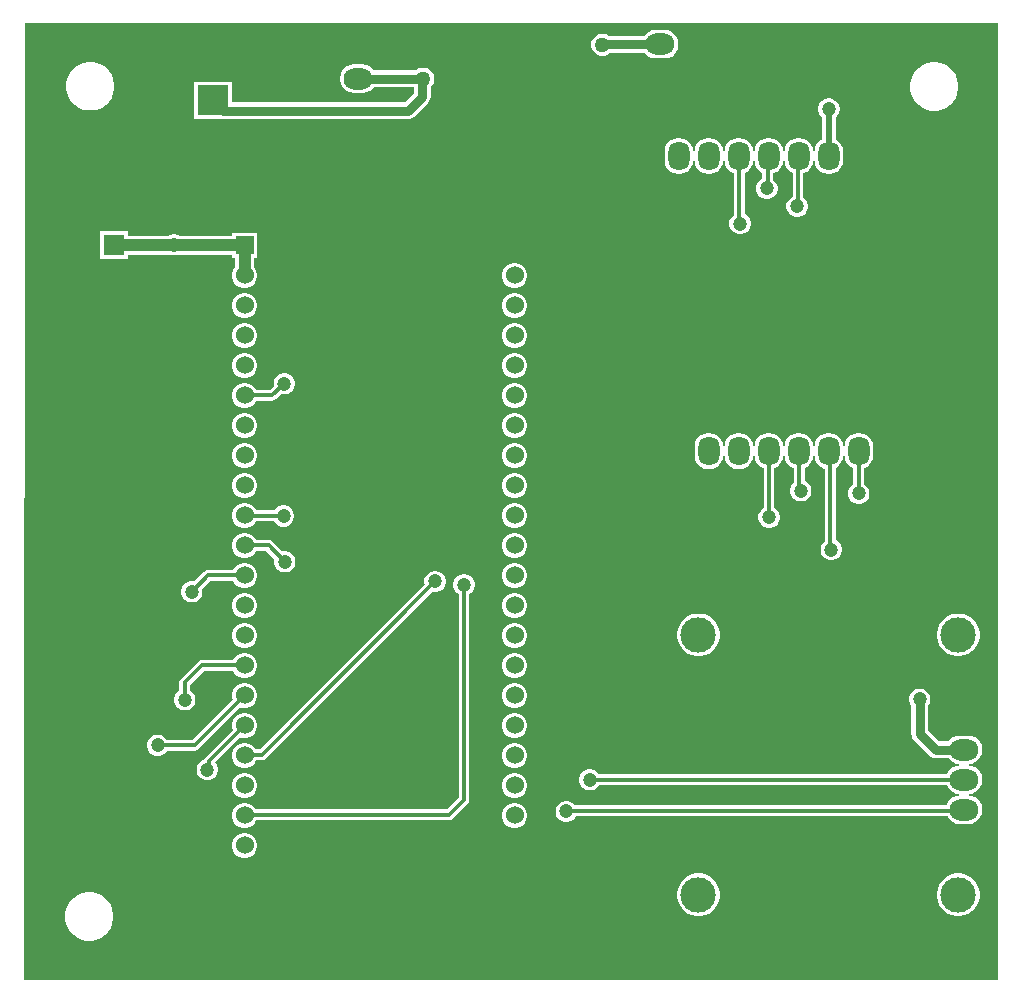
<source format=gbl>
G04*
G04 #@! TF.GenerationSoftware,Altium Limited,Altium Designer,22.3.1 (43)*
G04*
G04 Layer_Physical_Order=2*
G04 Layer_Color=16711680*
%FSLAX43Y43*%
%MOMM*%
G71*
G04*
G04 #@! TF.SameCoordinates,8C9F7EA6-DC28-4F61-B7EA-CFDFC9404C79*
G04*
G04*
G04 #@! TF.FilePolarity,Positive*
G04*
G01*
G75*
%ADD13C,0.300*%
%ADD14C,0.800*%
%ADD15C,0.500*%
%ADD16C,1.000*%
G04:AMPARAMS|DCode=17|XSize=1.8mm|YSize=2mm|CornerRadius=0.45mm|HoleSize=0mm|Usage=FLASHONLY|Rotation=180.000|XOffset=0mm|YOffset=0mm|HoleType=Round|Shape=RoundedRectangle|*
%AMROUNDEDRECTD17*
21,1,1.800,1.100,0,0,180.0*
21,1,0.900,2.000,0,0,180.0*
1,1,0.900,-0.450,0.550*
1,1,0.900,0.450,0.550*
1,1,0.900,0.450,-0.550*
1,1,0.900,-0.450,-0.550*
%
%ADD17ROUNDEDRECTD17*%
%ADD18R,1.800X1.800*%
%ADD19C,3.000*%
G04:AMPARAMS|DCode=20|XSize=1.8mm|YSize=2.4mm|CornerRadius=0.81mm|HoleSize=0mm|Usage=FLASHONLY|Rotation=270.000|XOffset=0mm|YOffset=0mm|HoleType=Round|Shape=RoundedRectangle|*
%AMROUNDEDRECTD20*
21,1,1.800,0.780,0,0,270.0*
21,1,0.180,2.400,0,0,270.0*
1,1,1.620,-0.390,-0.090*
1,1,1.620,-0.390,0.090*
1,1,1.620,0.390,0.090*
1,1,1.620,0.390,-0.090*
%
%ADD20ROUNDEDRECTD20*%
%ADD21R,2.000X2.000*%
%ADD22R,2.600X2.600*%
%ADD23O,2.800X2.600*%
%ADD24C,1.530*%
%ADD25R,1.530X1.530*%
G04:AMPARAMS|DCode=26|XSize=1.8mm|YSize=2.4mm|CornerRadius=0.81mm|HoleSize=0mm|Usage=FLASHONLY|Rotation=180.000|XOffset=0mm|YOffset=0mm|HoleType=Round|Shape=RoundedRectangle|*
%AMROUNDEDRECTD26*
21,1,1.800,0.780,0,0,180.0*
21,1,0.180,2.400,0,0,180.0*
1,1,1.620,-0.090,0.390*
1,1,1.620,0.090,0.390*
1,1,1.620,0.090,-0.390*
1,1,1.620,-0.090,-0.390*
%
%ADD26ROUNDEDRECTD26*%
%ADD27R,2.000X2.000*%
%ADD28C,1.200*%
%ADD29C,1.270*%
G36*
X82425Y85D02*
X82400Y75D01*
X115D01*
X25Y165D01*
X50Y81065D01*
X75Y81075D01*
X82425D01*
Y85D01*
D02*
G37*
%LPC*%
G36*
X54265Y80525D02*
X53485D01*
X53195Y80486D01*
X52925Y80375D01*
X52693Y80197D01*
X52559Y80021D01*
X49551D01*
X49549Y80023D01*
X49336Y80146D01*
X49098Y80210D01*
X48852D01*
X48614Y80146D01*
X48401Y80023D01*
X48227Y79849D01*
X48104Y79636D01*
X48040Y79398D01*
Y79152D01*
X48104Y78914D01*
X48227Y78701D01*
X48401Y78527D01*
X48614Y78404D01*
X48852Y78340D01*
X49098D01*
X49336Y78404D01*
X49549Y78527D01*
X49631Y78609D01*
X52559D01*
X52693Y78433D01*
X52925Y78255D01*
X53195Y78144D01*
X53485Y78105D01*
X54265D01*
X54555Y78144D01*
X54825Y78255D01*
X55057Y78433D01*
X55235Y78665D01*
X55346Y78935D01*
X55385Y79225D01*
Y79405D01*
X55346Y79695D01*
X55235Y79965D01*
X55057Y80197D01*
X54825Y80375D01*
X54555Y80486D01*
X54265Y80525D01*
D02*
G37*
G36*
X28690Y77610D02*
X27910D01*
X27620Y77571D01*
X27350Y77460D01*
X27118Y77282D01*
X26940Y77050D01*
X26829Y76780D01*
X26790Y76490D01*
Y76310D01*
X26829Y76020D01*
X26940Y75750D01*
X27118Y75518D01*
X27350Y75340D01*
X27620Y75229D01*
X27910Y75190D01*
X28690D01*
X28980Y75229D01*
X29250Y75340D01*
X29482Y75518D01*
X29616Y75694D01*
X33004D01*
Y75153D01*
X32233Y74381D01*
X27678D01*
X27600Y74391D01*
X17575D01*
Y76150D01*
X14375D01*
Y72950D01*
X17575D01*
Y72979D01*
X27533D01*
X27610Y72969D01*
X32525D01*
X32708Y72993D01*
X32878Y73064D01*
X33024Y73176D01*
X34209Y74361D01*
X34322Y74507D01*
X34392Y74677D01*
X34416Y74860D01*
Y75694D01*
X34548Y75826D01*
X34671Y76039D01*
X34735Y76277D01*
Y76523D01*
X34671Y76761D01*
X34548Y76974D01*
X34374Y77148D01*
X34161Y77271D01*
X33923Y77335D01*
X33677D01*
X33439Y77271D01*
X33226Y77148D01*
X33184Y77106D01*
X29616D01*
X29482Y77282D01*
X29250Y77460D01*
X28980Y77571D01*
X28690Y77610D01*
D02*
G37*
G36*
X5802Y77800D02*
X5398D01*
X5002Y77721D01*
X4629Y77567D01*
X4293Y77342D01*
X4008Y77057D01*
X3783Y76721D01*
X3629Y76348D01*
X3550Y75952D01*
Y75548D01*
X3629Y75152D01*
X3783Y74779D01*
X4008Y74443D01*
X4293Y74158D01*
X4629Y73933D01*
X5002Y73779D01*
X5398Y73700D01*
X5802D01*
X6198Y73779D01*
X6571Y73933D01*
X6907Y74158D01*
X7192Y74443D01*
X7417Y74779D01*
X7571Y75152D01*
X7650Y75548D01*
Y75952D01*
X7571Y76348D01*
X7417Y76721D01*
X7192Y77057D01*
X6907Y77342D01*
X6571Y77567D01*
X6198Y77721D01*
X5802Y77800D01*
D02*
G37*
G36*
X77252Y77775D02*
X76848D01*
X76452Y77696D01*
X76079Y77542D01*
X75743Y77317D01*
X75458Y77032D01*
X75233Y76696D01*
X75079Y76323D01*
X75000Y75927D01*
Y75523D01*
X75079Y75127D01*
X75233Y74754D01*
X75458Y74418D01*
X75743Y74133D01*
X76079Y73908D01*
X76452Y73754D01*
X76848Y73675D01*
X77252D01*
X77648Y73754D01*
X78021Y73908D01*
X78357Y74133D01*
X78642Y74418D01*
X78867Y74754D01*
X79021Y75127D01*
X79100Y75523D01*
Y75927D01*
X79021Y76323D01*
X78867Y76696D01*
X78642Y77032D01*
X78357Y77317D01*
X78021Y77542D01*
X77648Y77696D01*
X77252Y77775D01*
D02*
G37*
G36*
X68268Y74725D02*
X68032D01*
X67803Y74664D01*
X67597Y74545D01*
X67430Y74378D01*
X67311Y74172D01*
X67250Y73943D01*
Y73707D01*
X67311Y73478D01*
X67430Y73272D01*
X67584Y73118D01*
Y71249D01*
X67490Y71210D01*
X67258Y71032D01*
X67080Y70800D01*
X66969Y70530D01*
X66934Y70268D01*
X66806D01*
X66771Y70530D01*
X66660Y70800D01*
X66482Y71032D01*
X66250Y71210D01*
X65980Y71321D01*
X65690Y71360D01*
X65510D01*
X65220Y71321D01*
X64950Y71210D01*
X64718Y71032D01*
X64540Y70800D01*
X64429Y70530D01*
X64394Y70268D01*
X64266D01*
X64231Y70530D01*
X64120Y70800D01*
X63942Y71032D01*
X63710Y71210D01*
X63440Y71321D01*
X63150Y71360D01*
X62970D01*
X62680Y71321D01*
X62410Y71210D01*
X62178Y71032D01*
X62000Y70800D01*
X61889Y70530D01*
X61854Y70268D01*
X61726D01*
X61691Y70530D01*
X61580Y70800D01*
X61402Y71032D01*
X61170Y71210D01*
X60900Y71321D01*
X60610Y71360D01*
X60430D01*
X60140Y71321D01*
X59870Y71210D01*
X59638Y71032D01*
X59460Y70800D01*
X59349Y70530D01*
X59314Y70268D01*
X59186D01*
X59151Y70530D01*
X59040Y70800D01*
X58862Y71032D01*
X58630Y71210D01*
X58360Y71321D01*
X58070Y71360D01*
X57890D01*
X57600Y71321D01*
X57330Y71210D01*
X57098Y71032D01*
X56920Y70800D01*
X56809Y70530D01*
X56774Y70268D01*
X56646D01*
X56611Y70530D01*
X56500Y70800D01*
X56322Y71032D01*
X56090Y71210D01*
X55820Y71321D01*
X55530Y71360D01*
X55350D01*
X55060Y71321D01*
X54790Y71210D01*
X54558Y71032D01*
X54380Y70800D01*
X54269Y70530D01*
X54230Y70240D01*
Y69460D01*
X54269Y69170D01*
X54380Y68900D01*
X54558Y68668D01*
X54790Y68490D01*
X55060Y68379D01*
X55350Y68340D01*
X55530D01*
X55820Y68379D01*
X56090Y68490D01*
X56322Y68668D01*
X56500Y68900D01*
X56611Y69170D01*
X56646Y69432D01*
X56774D01*
X56809Y69170D01*
X56920Y68900D01*
X57098Y68668D01*
X57330Y68490D01*
X57600Y68379D01*
X57890Y68340D01*
X58070D01*
X58360Y68379D01*
X58630Y68490D01*
X58862Y68668D01*
X59040Y68900D01*
X59151Y69170D01*
X59186Y69432D01*
X59314D01*
X59349Y69170D01*
X59460Y68900D01*
X59638Y68668D01*
X59870Y68490D01*
X60089Y68400D01*
Y64855D01*
X60072Y64845D01*
X59905Y64678D01*
X59786Y64472D01*
X59725Y64243D01*
Y64007D01*
X59786Y63778D01*
X59905Y63572D01*
X60072Y63405D01*
X60278Y63286D01*
X60507Y63225D01*
X60743D01*
X60972Y63286D01*
X61178Y63405D01*
X61345Y63572D01*
X61464Y63778D01*
X61525Y64007D01*
Y64243D01*
X61464Y64472D01*
X61345Y64678D01*
X61178Y64845D01*
X61006Y64944D01*
Y68423D01*
X61170Y68490D01*
X61402Y68668D01*
X61580Y68900D01*
X61691Y69170D01*
X61726Y69432D01*
X61854D01*
X61889Y69170D01*
X62000Y68900D01*
X62178Y68668D01*
X62410Y68490D01*
X62521Y68444D01*
Y67921D01*
X62347Y67820D01*
X62180Y67653D01*
X62061Y67447D01*
X62000Y67218D01*
Y66982D01*
X62061Y66753D01*
X62180Y66547D01*
X62347Y66380D01*
X62553Y66261D01*
X62782Y66200D01*
X63018D01*
X63247Y66261D01*
X63453Y66380D01*
X63620Y66547D01*
X63739Y66753D01*
X63800Y66982D01*
Y67218D01*
X63739Y67447D01*
X63620Y67653D01*
X63453Y67820D01*
X63439Y67828D01*
Y68378D01*
X63440Y68379D01*
X63710Y68490D01*
X63942Y68668D01*
X64120Y68900D01*
X64231Y69170D01*
X64266Y69432D01*
X64394D01*
X64429Y69170D01*
X64540Y68900D01*
X64718Y68668D01*
X64950Y68490D01*
X65066Y68442D01*
Y66418D01*
X64897Y66320D01*
X64730Y66153D01*
X64611Y65947D01*
X64550Y65718D01*
Y65482D01*
X64611Y65253D01*
X64730Y65047D01*
X64897Y64880D01*
X65103Y64761D01*
X65332Y64700D01*
X65568D01*
X65797Y64761D01*
X66003Y64880D01*
X66170Y65047D01*
X66289Y65253D01*
X66350Y65482D01*
Y65718D01*
X66289Y65947D01*
X66170Y66153D01*
X66003Y66320D01*
X65984Y66331D01*
Y68380D01*
X66250Y68490D01*
X66482Y68668D01*
X66660Y68900D01*
X66771Y69170D01*
X66806Y69432D01*
X66934D01*
X66969Y69170D01*
X67080Y68900D01*
X67258Y68668D01*
X67490Y68490D01*
X67760Y68379D01*
X68050Y68340D01*
X68230D01*
X68520Y68379D01*
X68790Y68490D01*
X69022Y68668D01*
X69200Y68900D01*
X69311Y69170D01*
X69350Y69460D01*
Y70240D01*
X69311Y70530D01*
X69200Y70800D01*
X69022Y71032D01*
X68790Y71210D01*
X68706Y71244D01*
Y73108D01*
X68870Y73272D01*
X68989Y73478D01*
X69050Y73707D01*
Y73943D01*
X68989Y74172D01*
X68870Y74378D01*
X68703Y74545D01*
X68497Y74664D01*
X68268Y74725D01*
D02*
G37*
G36*
X41670Y60795D02*
X41390D01*
X41119Y60722D01*
X40876Y60582D01*
X40678Y60384D01*
X40538Y60141D01*
X40465Y59870D01*
Y59590D01*
X40538Y59319D01*
X40678Y59076D01*
X40876Y58878D01*
X41119Y58738D01*
X41390Y58665D01*
X41670D01*
X41941Y58738D01*
X42184Y58878D01*
X42382Y59076D01*
X42522Y59319D01*
X42595Y59590D01*
Y59870D01*
X42522Y60141D01*
X42382Y60384D01*
X42184Y60582D01*
X41941Y60722D01*
X41670Y60795D01*
D02*
G37*
G36*
X8800Y63500D02*
X6400D01*
Y61100D01*
X8800D01*
Y61493D01*
X12421D01*
X12582Y61450D01*
X12818D01*
X12979Y61493D01*
X17605D01*
Y61205D01*
X17863D01*
Y60429D01*
X17818Y60384D01*
X17678Y60141D01*
X17605Y59870D01*
Y59590D01*
X17678Y59319D01*
X17818Y59076D01*
X18016Y58878D01*
X18259Y58738D01*
X18530Y58665D01*
X18810D01*
X19081Y58738D01*
X19324Y58878D01*
X19522Y59076D01*
X19662Y59319D01*
X19735Y59590D01*
Y59870D01*
X19662Y60141D01*
X19522Y60384D01*
X19477Y60429D01*
Y61205D01*
X19735D01*
Y63335D01*
X17605D01*
Y63107D01*
X13189D01*
X13047Y63189D01*
X12818Y63250D01*
X12582D01*
X12353Y63189D01*
X12211Y63107D01*
X8800D01*
Y63500D01*
D02*
G37*
G36*
X41670Y58255D02*
X41390D01*
X41119Y58182D01*
X40876Y58042D01*
X40678Y57844D01*
X40538Y57601D01*
X40465Y57330D01*
Y57050D01*
X40538Y56779D01*
X40678Y56536D01*
X40876Y56338D01*
X41119Y56198D01*
X41390Y56125D01*
X41670D01*
X41941Y56198D01*
X42184Y56338D01*
X42382Y56536D01*
X42522Y56779D01*
X42595Y57050D01*
Y57330D01*
X42522Y57601D01*
X42382Y57844D01*
X42184Y58042D01*
X41941Y58182D01*
X41670Y58255D01*
D02*
G37*
G36*
X18810D02*
X18530D01*
X18259Y58182D01*
X18016Y58042D01*
X17818Y57844D01*
X17678Y57601D01*
X17605Y57330D01*
Y57050D01*
X17678Y56779D01*
X17818Y56536D01*
X18016Y56338D01*
X18259Y56198D01*
X18530Y56125D01*
X18810D01*
X19081Y56198D01*
X19324Y56338D01*
X19522Y56536D01*
X19662Y56779D01*
X19735Y57050D01*
Y57330D01*
X19662Y57601D01*
X19522Y57844D01*
X19324Y58042D01*
X19081Y58182D01*
X18810Y58255D01*
D02*
G37*
G36*
X41670Y55715D02*
X41390D01*
X41119Y55642D01*
X40876Y55502D01*
X40678Y55304D01*
X40538Y55061D01*
X40465Y54790D01*
Y54510D01*
X40538Y54239D01*
X40678Y53996D01*
X40876Y53798D01*
X41119Y53658D01*
X41390Y53585D01*
X41670D01*
X41941Y53658D01*
X42184Y53798D01*
X42382Y53996D01*
X42522Y54239D01*
X42595Y54510D01*
Y54790D01*
X42522Y55061D01*
X42382Y55304D01*
X42184Y55502D01*
X41941Y55642D01*
X41670Y55715D01*
D02*
G37*
G36*
X18810D02*
X18530D01*
X18259Y55642D01*
X18016Y55502D01*
X17818Y55304D01*
X17678Y55061D01*
X17605Y54790D01*
Y54510D01*
X17678Y54239D01*
X17818Y53996D01*
X18016Y53798D01*
X18259Y53658D01*
X18530Y53585D01*
X18810D01*
X19081Y53658D01*
X19324Y53798D01*
X19522Y53996D01*
X19662Y54239D01*
X19735Y54510D01*
Y54790D01*
X19662Y55061D01*
X19522Y55304D01*
X19324Y55502D01*
X19081Y55642D01*
X18810Y55715D01*
D02*
G37*
G36*
X41670Y53175D02*
X41390D01*
X41119Y53102D01*
X40876Y52962D01*
X40678Y52764D01*
X40538Y52521D01*
X40465Y52250D01*
Y51970D01*
X40538Y51699D01*
X40678Y51456D01*
X40876Y51258D01*
X41119Y51118D01*
X41390Y51045D01*
X41670D01*
X41941Y51118D01*
X42184Y51258D01*
X42382Y51456D01*
X42522Y51699D01*
X42595Y51970D01*
Y52250D01*
X42522Y52521D01*
X42382Y52764D01*
X42184Y52962D01*
X41941Y53102D01*
X41670Y53175D01*
D02*
G37*
G36*
X18810D02*
X18530D01*
X18259Y53102D01*
X18016Y52962D01*
X17818Y52764D01*
X17678Y52521D01*
X17605Y52250D01*
Y51970D01*
X17678Y51699D01*
X17818Y51456D01*
X18016Y51258D01*
X18259Y51118D01*
X18530Y51045D01*
X18810D01*
X19081Y51118D01*
X19324Y51258D01*
X19522Y51456D01*
X19662Y51699D01*
X19735Y51970D01*
Y52250D01*
X19662Y52521D01*
X19522Y52764D01*
X19324Y52962D01*
X19081Y53102D01*
X18810Y53175D01*
D02*
G37*
G36*
X22143Y51475D02*
X21907D01*
X21678Y51414D01*
X21472Y51295D01*
X21305Y51128D01*
X21186Y50922D01*
X21125Y50693D01*
Y50457D01*
X21153Y50352D01*
X20830Y50029D01*
X19635D01*
X19522Y50224D01*
X19324Y50422D01*
X19081Y50562D01*
X18810Y50635D01*
X18530D01*
X18259Y50562D01*
X18016Y50422D01*
X17818Y50224D01*
X17678Y49981D01*
X17605Y49710D01*
Y49430D01*
X17678Y49159D01*
X17818Y48916D01*
X18016Y48718D01*
X18259Y48578D01*
X18530Y48505D01*
X18810D01*
X19081Y48578D01*
X19324Y48718D01*
X19522Y48916D01*
X19635Y49111D01*
X21020D01*
X21196Y49146D01*
X21344Y49246D01*
X21802Y49703D01*
X21907Y49675D01*
X22143D01*
X22372Y49736D01*
X22578Y49855D01*
X22745Y50022D01*
X22864Y50228D01*
X22925Y50457D01*
Y50693D01*
X22864Y50922D01*
X22745Y51128D01*
X22578Y51295D01*
X22372Y51414D01*
X22143Y51475D01*
D02*
G37*
G36*
X41670Y50635D02*
X41390D01*
X41119Y50562D01*
X40876Y50422D01*
X40678Y50224D01*
X40538Y49981D01*
X40465Y49710D01*
Y49430D01*
X40538Y49159D01*
X40678Y48916D01*
X40876Y48718D01*
X41119Y48578D01*
X41390Y48505D01*
X41670D01*
X41941Y48578D01*
X42184Y48718D01*
X42382Y48916D01*
X42522Y49159D01*
X42595Y49430D01*
Y49710D01*
X42522Y49981D01*
X42382Y50224D01*
X42184Y50422D01*
X41941Y50562D01*
X41670Y50635D01*
D02*
G37*
G36*
Y48095D02*
X41390D01*
X41119Y48022D01*
X40876Y47882D01*
X40678Y47684D01*
X40538Y47441D01*
X40465Y47170D01*
Y46890D01*
X40538Y46619D01*
X40678Y46376D01*
X40876Y46178D01*
X41119Y46038D01*
X41390Y45965D01*
X41670D01*
X41941Y46038D01*
X42184Y46178D01*
X42382Y46376D01*
X42522Y46619D01*
X42595Y46890D01*
Y47170D01*
X42522Y47441D01*
X42382Y47684D01*
X42184Y47882D01*
X41941Y48022D01*
X41670Y48095D01*
D02*
G37*
G36*
X18810D02*
X18530D01*
X18259Y48022D01*
X18016Y47882D01*
X17818Y47684D01*
X17678Y47441D01*
X17605Y47170D01*
Y46890D01*
X17678Y46619D01*
X17818Y46376D01*
X18016Y46178D01*
X18259Y46038D01*
X18530Y45965D01*
X18810D01*
X19081Y46038D01*
X19324Y46178D01*
X19522Y46376D01*
X19662Y46619D01*
X19735Y46890D01*
Y47170D01*
X19662Y47441D01*
X19522Y47684D01*
X19324Y47882D01*
X19081Y48022D01*
X18810Y48095D01*
D02*
G37*
G36*
X70770Y46360D02*
X70590D01*
X70300Y46321D01*
X70030Y46210D01*
X69798Y46032D01*
X69620Y45800D01*
X69509Y45530D01*
X69474Y45268D01*
X69346D01*
X69311Y45530D01*
X69200Y45800D01*
X69022Y46032D01*
X68790Y46210D01*
X68520Y46321D01*
X68230Y46360D01*
X68050D01*
X67760Y46321D01*
X67490Y46210D01*
X67258Y46032D01*
X67080Y45800D01*
X66969Y45530D01*
X66934Y45268D01*
X66806D01*
X66771Y45530D01*
X66660Y45800D01*
X66482Y46032D01*
X66250Y46210D01*
X65980Y46321D01*
X65690Y46360D01*
X65510D01*
X65220Y46321D01*
X64950Y46210D01*
X64718Y46032D01*
X64540Y45800D01*
X64429Y45530D01*
X64394Y45268D01*
X64266D01*
X64231Y45530D01*
X64120Y45800D01*
X63942Y46032D01*
X63710Y46210D01*
X63440Y46321D01*
X63150Y46360D01*
X62970D01*
X62680Y46321D01*
X62410Y46210D01*
X62178Y46032D01*
X62000Y45800D01*
X61889Y45530D01*
X61854Y45268D01*
X61726D01*
X61691Y45530D01*
X61580Y45800D01*
X61402Y46032D01*
X61170Y46210D01*
X60900Y46321D01*
X60610Y46360D01*
X60430D01*
X60140Y46321D01*
X59870Y46210D01*
X59638Y46032D01*
X59460Y45800D01*
X59349Y45530D01*
X59314Y45268D01*
X59186D01*
X59151Y45530D01*
X59040Y45800D01*
X58862Y46032D01*
X58630Y46210D01*
X58360Y46321D01*
X58070Y46360D01*
X57890D01*
X57600Y46321D01*
X57330Y46210D01*
X57098Y46032D01*
X56920Y45800D01*
X56809Y45530D01*
X56770Y45240D01*
Y44460D01*
X56809Y44170D01*
X56920Y43900D01*
X57098Y43668D01*
X57330Y43490D01*
X57600Y43379D01*
X57890Y43340D01*
X58070D01*
X58360Y43379D01*
X58630Y43490D01*
X58862Y43668D01*
X59040Y43900D01*
X59151Y44170D01*
X59186Y44432D01*
X59314D01*
X59349Y44170D01*
X59460Y43900D01*
X59638Y43668D01*
X59870Y43490D01*
X60140Y43379D01*
X60430Y43340D01*
X60610D01*
X60900Y43379D01*
X61170Y43490D01*
X61402Y43668D01*
X61580Y43900D01*
X61691Y44170D01*
X61726Y44432D01*
X61854D01*
X61889Y44170D01*
X62000Y43900D01*
X62178Y43668D01*
X62410Y43490D01*
X62609Y43408D01*
Y40020D01*
X62522Y39970D01*
X62355Y39803D01*
X62236Y39597D01*
X62175Y39368D01*
Y39132D01*
X62236Y38903D01*
X62355Y38697D01*
X62522Y38530D01*
X62728Y38411D01*
X62957Y38350D01*
X63193D01*
X63422Y38411D01*
X63628Y38530D01*
X63795Y38697D01*
X63914Y38903D01*
X63975Y39132D01*
Y39368D01*
X63914Y39597D01*
X63795Y39803D01*
X63628Y39970D01*
X63526Y40029D01*
Y43414D01*
X63710Y43490D01*
X63942Y43668D01*
X64120Y43900D01*
X64231Y44170D01*
X64266Y44432D01*
X64394D01*
X64429Y44170D01*
X64540Y43900D01*
X64718Y43668D01*
X64950Y43490D01*
X65166Y43401D01*
Y42189D01*
X65030Y42053D01*
X64911Y41847D01*
X64850Y41618D01*
Y41382D01*
X64911Y41153D01*
X65030Y40947D01*
X65197Y40780D01*
X65403Y40661D01*
X65632Y40600D01*
X65868D01*
X66097Y40661D01*
X66303Y40780D01*
X66470Y40947D01*
X66589Y41153D01*
X66650Y41382D01*
Y41618D01*
X66589Y41847D01*
X66470Y42053D01*
X66303Y42220D01*
X66097Y42339D01*
X66084Y42342D01*
Y43422D01*
X66250Y43490D01*
X66482Y43668D01*
X66660Y43900D01*
X66771Y44170D01*
X66806Y44432D01*
X66934D01*
X66969Y44170D01*
X67080Y43900D01*
X67258Y43668D01*
X67490Y43490D01*
X67760Y43379D01*
X67786Y43375D01*
Y37234D01*
X67630Y37078D01*
X67511Y36872D01*
X67450Y36643D01*
Y36407D01*
X67511Y36178D01*
X67630Y35972D01*
X67797Y35805D01*
X68003Y35686D01*
X68232Y35625D01*
X68468D01*
X68697Y35686D01*
X68903Y35805D01*
X69070Y35972D01*
X69189Y36178D01*
X69250Y36407D01*
Y36643D01*
X69189Y36872D01*
X69070Y37078D01*
X68903Y37245D01*
X68704Y37360D01*
Y43455D01*
X68790Y43490D01*
X69022Y43668D01*
X69200Y43900D01*
X69311Y44170D01*
X69346Y44432D01*
X69474D01*
X69509Y44170D01*
X69620Y43900D01*
X69798Y43668D01*
X70030Y43490D01*
X70221Y43411D01*
Y42049D01*
X70127Y41995D01*
X69960Y41828D01*
X69841Y41622D01*
X69780Y41393D01*
Y41157D01*
X69841Y40928D01*
X69960Y40722D01*
X70127Y40555D01*
X70333Y40436D01*
X70562Y40375D01*
X70798D01*
X71027Y40436D01*
X71233Y40555D01*
X71400Y40722D01*
X71519Y40928D01*
X71580Y41157D01*
Y41393D01*
X71519Y41622D01*
X71400Y41828D01*
X71233Y41995D01*
X71139Y42049D01*
Y43411D01*
X71330Y43490D01*
X71562Y43668D01*
X71740Y43900D01*
X71851Y44170D01*
X71890Y44460D01*
Y45240D01*
X71851Y45530D01*
X71740Y45800D01*
X71562Y46032D01*
X71330Y46210D01*
X71060Y46321D01*
X70770Y46360D01*
D02*
G37*
G36*
X41670Y45555D02*
X41390D01*
X41119Y45482D01*
X40876Y45342D01*
X40678Y45144D01*
X40538Y44901D01*
X40465Y44630D01*
Y44350D01*
X40538Y44079D01*
X40678Y43836D01*
X40876Y43638D01*
X41119Y43498D01*
X41390Y43425D01*
X41670D01*
X41941Y43498D01*
X42184Y43638D01*
X42382Y43836D01*
X42522Y44079D01*
X42595Y44350D01*
Y44630D01*
X42522Y44901D01*
X42382Y45144D01*
X42184Y45342D01*
X41941Y45482D01*
X41670Y45555D01*
D02*
G37*
G36*
X18810D02*
X18530D01*
X18259Y45482D01*
X18016Y45342D01*
X17818Y45144D01*
X17678Y44901D01*
X17605Y44630D01*
Y44350D01*
X17678Y44079D01*
X17818Y43836D01*
X18016Y43638D01*
X18259Y43498D01*
X18530Y43425D01*
X18810D01*
X19081Y43498D01*
X19324Y43638D01*
X19522Y43836D01*
X19662Y44079D01*
X19735Y44350D01*
Y44630D01*
X19662Y44901D01*
X19522Y45144D01*
X19324Y45342D01*
X19081Y45482D01*
X18810Y45555D01*
D02*
G37*
G36*
X41670Y43015D02*
X41390D01*
X41119Y42942D01*
X40876Y42802D01*
X40678Y42604D01*
X40538Y42361D01*
X40465Y42090D01*
Y41810D01*
X40538Y41539D01*
X40678Y41296D01*
X40876Y41098D01*
X41119Y40958D01*
X41390Y40885D01*
X41670D01*
X41941Y40958D01*
X42184Y41098D01*
X42382Y41296D01*
X42522Y41539D01*
X42595Y41810D01*
Y42090D01*
X42522Y42361D01*
X42382Y42604D01*
X42184Y42802D01*
X41941Y42942D01*
X41670Y43015D01*
D02*
G37*
G36*
X18810D02*
X18530D01*
X18259Y42942D01*
X18016Y42802D01*
X17818Y42604D01*
X17678Y42361D01*
X17605Y42090D01*
Y41810D01*
X17678Y41539D01*
X17818Y41296D01*
X18016Y41098D01*
X18259Y40958D01*
X18530Y40885D01*
X18810D01*
X19081Y40958D01*
X19324Y41098D01*
X19522Y41296D01*
X19662Y41539D01*
X19735Y41810D01*
Y42090D01*
X19662Y42361D01*
X19522Y42604D01*
X19324Y42802D01*
X19081Y42942D01*
X18810Y43015D01*
D02*
G37*
G36*
Y40475D02*
X18530D01*
X18259Y40402D01*
X18016Y40262D01*
X17818Y40064D01*
X17678Y39821D01*
X17605Y39550D01*
Y39270D01*
X17678Y38999D01*
X17818Y38756D01*
X18016Y38558D01*
X18259Y38418D01*
X18530Y38345D01*
X18810D01*
X19081Y38418D01*
X19324Y38558D01*
X19522Y38756D01*
X19625Y38934D01*
X21191D01*
X21255Y38822D01*
X21422Y38655D01*
X21628Y38536D01*
X21857Y38475D01*
X22093D01*
X22322Y38536D01*
X22528Y38655D01*
X22695Y38822D01*
X22814Y39028D01*
X22875Y39257D01*
Y39493D01*
X22814Y39722D01*
X22695Y39928D01*
X22528Y40095D01*
X22322Y40214D01*
X22093Y40275D01*
X21857D01*
X21628Y40214D01*
X21422Y40095D01*
X21255Y39928D01*
X21211Y39851D01*
X19645D01*
X19522Y40064D01*
X19324Y40262D01*
X19081Y40402D01*
X18810Y40475D01*
D02*
G37*
G36*
X41670D02*
X41390D01*
X41119Y40402D01*
X40876Y40262D01*
X40678Y40064D01*
X40538Y39821D01*
X40465Y39550D01*
Y39270D01*
X40538Y38999D01*
X40678Y38756D01*
X40876Y38558D01*
X41119Y38418D01*
X41390Y38345D01*
X41670D01*
X41941Y38418D01*
X42184Y38558D01*
X42382Y38756D01*
X42522Y38999D01*
X42595Y39270D01*
Y39550D01*
X42522Y39821D01*
X42382Y40064D01*
X42184Y40262D01*
X41941Y40402D01*
X41670Y40475D01*
D02*
G37*
G36*
Y37935D02*
X41390D01*
X41119Y37862D01*
X40876Y37722D01*
X40678Y37524D01*
X40538Y37281D01*
X40465Y37010D01*
Y36730D01*
X40538Y36459D01*
X40678Y36216D01*
X40876Y36018D01*
X41119Y35878D01*
X41390Y35805D01*
X41670D01*
X41941Y35878D01*
X42184Y36018D01*
X42382Y36216D01*
X42522Y36459D01*
X42595Y36730D01*
Y37010D01*
X42522Y37281D01*
X42382Y37524D01*
X42184Y37722D01*
X41941Y37862D01*
X41670Y37935D01*
D02*
G37*
G36*
X18810D02*
X18530D01*
X18259Y37862D01*
X18016Y37722D01*
X17818Y37524D01*
X17678Y37281D01*
X17605Y37010D01*
Y36730D01*
X17678Y36459D01*
X17818Y36216D01*
X18016Y36018D01*
X18259Y35878D01*
X18530Y35805D01*
X18810D01*
X19081Y35878D01*
X19324Y36018D01*
X19522Y36216D01*
X19635Y36411D01*
X20515D01*
X21203Y35723D01*
X21175Y35618D01*
Y35382D01*
X21236Y35153D01*
X21355Y34947D01*
X21522Y34780D01*
X21728Y34661D01*
X21957Y34600D01*
X22193D01*
X22422Y34661D01*
X22628Y34780D01*
X22795Y34947D01*
X22914Y35153D01*
X22975Y35382D01*
Y35618D01*
X22914Y35847D01*
X22795Y36053D01*
X22628Y36220D01*
X22422Y36339D01*
X22193Y36400D01*
X21957D01*
X21852Y36372D01*
X21029Y37194D01*
X20881Y37294D01*
X20705Y37329D01*
X19635D01*
X19522Y37524D01*
X19324Y37722D01*
X19081Y37862D01*
X18810Y37935D01*
D02*
G37*
G36*
X41670Y35395D02*
X41390D01*
X41119Y35322D01*
X40876Y35182D01*
X40678Y34984D01*
X40538Y34741D01*
X40465Y34470D01*
Y34190D01*
X40538Y33919D01*
X40678Y33676D01*
X40876Y33478D01*
X41119Y33338D01*
X41390Y33265D01*
X41670D01*
X41941Y33338D01*
X42184Y33478D01*
X42382Y33676D01*
X42522Y33919D01*
X42595Y34190D01*
Y34470D01*
X42522Y34741D01*
X42382Y34984D01*
X42184Y35182D01*
X41941Y35322D01*
X41670Y35395D01*
D02*
G37*
G36*
X18810D02*
X18530D01*
X18259Y35322D01*
X18016Y35182D01*
X17818Y34984D01*
X17705Y34789D01*
X15580D01*
X15404Y34754D01*
X15256Y34654D01*
X14423Y33822D01*
X14318Y33850D01*
X14082D01*
X13853Y33789D01*
X13647Y33670D01*
X13480Y33503D01*
X13361Y33297D01*
X13300Y33068D01*
Y32832D01*
X13361Y32603D01*
X13480Y32397D01*
X13647Y32230D01*
X13853Y32111D01*
X14082Y32050D01*
X14318D01*
X14547Y32111D01*
X14753Y32230D01*
X14920Y32397D01*
X15039Y32603D01*
X15100Y32832D01*
Y33068D01*
X15072Y33173D01*
X15770Y33871D01*
X17705D01*
X17818Y33676D01*
X18016Y33478D01*
X18259Y33338D01*
X18530Y33265D01*
X18810D01*
X19081Y33338D01*
X19324Y33478D01*
X19522Y33676D01*
X19662Y33919D01*
X19735Y34190D01*
Y34470D01*
X19662Y34741D01*
X19522Y34984D01*
X19324Y35182D01*
X19081Y35322D01*
X18810Y35395D01*
D02*
G37*
G36*
X34918Y34725D02*
X34682D01*
X34453Y34664D01*
X34247Y34545D01*
X34080Y34378D01*
X33961Y34172D01*
X33900Y33943D01*
Y33707D01*
X33928Y33602D01*
X19938Y19612D01*
X19598D01*
X19522Y19744D01*
X19324Y19942D01*
X19081Y20082D01*
X18810Y20155D01*
X18530D01*
X18259Y20082D01*
X18016Y19942D01*
X17818Y19744D01*
X17678Y19501D01*
X17605Y19230D01*
Y18950D01*
X17678Y18679D01*
X17818Y18436D01*
X18016Y18238D01*
X18259Y18098D01*
X18530Y18025D01*
X18810D01*
X19081Y18098D01*
X19324Y18238D01*
X19522Y18436D01*
X19662Y18679D01*
X19667Y18695D01*
X20129D01*
X20304Y18730D01*
X20453Y18829D01*
X34577Y32953D01*
X34682Y32925D01*
X34918D01*
X35147Y32986D01*
X35353Y33105D01*
X35520Y33272D01*
X35639Y33478D01*
X35700Y33707D01*
Y33943D01*
X35639Y34172D01*
X35520Y34378D01*
X35353Y34545D01*
X35147Y34664D01*
X34918Y34725D01*
D02*
G37*
G36*
X41670Y32855D02*
X41390D01*
X41119Y32782D01*
X40876Y32642D01*
X40678Y32444D01*
X40538Y32201D01*
X40465Y31930D01*
Y31650D01*
X40538Y31379D01*
X40678Y31136D01*
X40876Y30938D01*
X41119Y30798D01*
X41390Y30725D01*
X41670D01*
X41941Y30798D01*
X42184Y30938D01*
X42382Y31136D01*
X42522Y31379D01*
X42595Y31650D01*
Y31930D01*
X42522Y32201D01*
X42382Y32444D01*
X42184Y32642D01*
X41941Y32782D01*
X41670Y32855D01*
D02*
G37*
G36*
X18810D02*
X18530D01*
X18259Y32782D01*
X18016Y32642D01*
X17818Y32444D01*
X17678Y32201D01*
X17605Y31930D01*
Y31650D01*
X17678Y31379D01*
X17818Y31136D01*
X18016Y30938D01*
X18259Y30798D01*
X18530Y30725D01*
X18810D01*
X19081Y30798D01*
X19324Y30938D01*
X19522Y31136D01*
X19662Y31379D01*
X19735Y31650D01*
Y31930D01*
X19662Y32201D01*
X19522Y32444D01*
X19324Y32642D01*
X19081Y32782D01*
X18810Y32855D01*
D02*
G37*
G36*
X41670Y30315D02*
X41390D01*
X41119Y30242D01*
X40876Y30102D01*
X40678Y29904D01*
X40538Y29661D01*
X40465Y29390D01*
Y29110D01*
X40538Y28839D01*
X40678Y28596D01*
X40876Y28398D01*
X41119Y28258D01*
X41390Y28185D01*
X41670D01*
X41941Y28258D01*
X42184Y28398D01*
X42382Y28596D01*
X42522Y28839D01*
X42595Y29110D01*
Y29390D01*
X42522Y29661D01*
X42382Y29904D01*
X42184Y30102D01*
X41941Y30242D01*
X41670Y30315D01*
D02*
G37*
G36*
X18810D02*
X18530D01*
X18259Y30242D01*
X18016Y30102D01*
X17818Y29904D01*
X17678Y29661D01*
X17605Y29390D01*
Y29110D01*
X17678Y28839D01*
X17818Y28596D01*
X18016Y28398D01*
X18259Y28258D01*
X18530Y28185D01*
X18810D01*
X19081Y28258D01*
X19324Y28398D01*
X19522Y28596D01*
X19662Y28839D01*
X19735Y29110D01*
Y29390D01*
X19662Y29661D01*
X19522Y29904D01*
X19324Y30102D01*
X19081Y30242D01*
X18810Y30315D01*
D02*
G37*
G36*
X79277Y31100D02*
X78923D01*
X78575Y31031D01*
X78247Y30895D01*
X77953Y30698D01*
X77702Y30447D01*
X77505Y30153D01*
X77369Y29825D01*
X77300Y29477D01*
Y29123D01*
X77369Y28775D01*
X77505Y28447D01*
X77702Y28153D01*
X77953Y27902D01*
X78247Y27705D01*
X78575Y27569D01*
X78923Y27500D01*
X79277D01*
X79625Y27569D01*
X79953Y27705D01*
X80247Y27902D01*
X80498Y28153D01*
X80695Y28447D01*
X80831Y28775D01*
X80900Y29123D01*
Y29477D01*
X80831Y29825D01*
X80695Y30153D01*
X80498Y30447D01*
X80247Y30698D01*
X79953Y30895D01*
X79625Y31031D01*
X79277Y31100D01*
D02*
G37*
G36*
X57277D02*
X56923D01*
X56575Y31031D01*
X56247Y30895D01*
X55953Y30698D01*
X55702Y30447D01*
X55505Y30153D01*
X55369Y29825D01*
X55300Y29477D01*
Y29123D01*
X55369Y28775D01*
X55505Y28447D01*
X55702Y28153D01*
X55953Y27902D01*
X56247Y27705D01*
X56575Y27569D01*
X56923Y27500D01*
X57277D01*
X57625Y27569D01*
X57953Y27705D01*
X58247Y27902D01*
X58498Y28153D01*
X58695Y28447D01*
X58831Y28775D01*
X58900Y29123D01*
Y29477D01*
X58831Y29825D01*
X58695Y30153D01*
X58498Y30447D01*
X58247Y30698D01*
X57953Y30895D01*
X57625Y31031D01*
X57277Y31100D01*
D02*
G37*
G36*
X41670Y27775D02*
X41390D01*
X41119Y27702D01*
X40876Y27562D01*
X40678Y27364D01*
X40538Y27121D01*
X40465Y26850D01*
Y26570D01*
X40538Y26299D01*
X40678Y26056D01*
X40876Y25858D01*
X41119Y25718D01*
X41390Y25645D01*
X41670D01*
X41941Y25718D01*
X42184Y25858D01*
X42382Y26056D01*
X42522Y26299D01*
X42595Y26570D01*
Y26850D01*
X42522Y27121D01*
X42382Y27364D01*
X42184Y27562D01*
X41941Y27702D01*
X41670Y27775D01*
D02*
G37*
G36*
X18810D02*
X18530D01*
X18259Y27702D01*
X18016Y27562D01*
X17818Y27364D01*
X17705Y27169D01*
X15035D01*
X14859Y27134D01*
X14711Y27034D01*
X13276Y25599D01*
X13176Y25451D01*
X13141Y25275D01*
Y24574D01*
X13047Y24520D01*
X12880Y24353D01*
X12761Y24147D01*
X12700Y23918D01*
Y23682D01*
X12761Y23453D01*
X12880Y23247D01*
X13047Y23080D01*
X13253Y22961D01*
X13482Y22900D01*
X13718D01*
X13947Y22961D01*
X14153Y23080D01*
X14320Y23247D01*
X14439Y23453D01*
X14500Y23682D01*
Y23918D01*
X14439Y24147D01*
X14320Y24353D01*
X14153Y24520D01*
X14059Y24574D01*
Y25085D01*
X15225Y26251D01*
X17705D01*
X17818Y26056D01*
X18016Y25858D01*
X18259Y25718D01*
X18530Y25645D01*
X18810D01*
X19081Y25718D01*
X19324Y25858D01*
X19522Y26056D01*
X19662Y26299D01*
X19735Y26570D01*
Y26850D01*
X19662Y27121D01*
X19522Y27364D01*
X19324Y27562D01*
X19081Y27702D01*
X18810Y27775D01*
D02*
G37*
G36*
X41670Y25235D02*
X41390D01*
X41119Y25162D01*
X40876Y25022D01*
X40678Y24824D01*
X40538Y24581D01*
X40465Y24310D01*
Y24030D01*
X40538Y23759D01*
X40678Y23516D01*
X40876Y23318D01*
X41119Y23178D01*
X41390Y23105D01*
X41670D01*
X41941Y23178D01*
X42184Y23318D01*
X42382Y23516D01*
X42522Y23759D01*
X42595Y24030D01*
Y24310D01*
X42522Y24581D01*
X42382Y24824D01*
X42184Y25022D01*
X41941Y25162D01*
X41670Y25235D01*
D02*
G37*
G36*
X18810D02*
X18530D01*
X18259Y25162D01*
X18016Y25022D01*
X17818Y24824D01*
X17678Y24581D01*
X17605Y24310D01*
Y24030D01*
X17663Y23812D01*
X14260Y20409D01*
X12074D01*
X12020Y20503D01*
X11853Y20670D01*
X11647Y20789D01*
X11418Y20850D01*
X11182D01*
X10953Y20789D01*
X10747Y20670D01*
X10580Y20503D01*
X10461Y20297D01*
X10400Y20068D01*
Y19832D01*
X10461Y19603D01*
X10580Y19397D01*
X10747Y19230D01*
X10953Y19111D01*
X11182Y19050D01*
X11418D01*
X11647Y19111D01*
X11853Y19230D01*
X12020Y19397D01*
X12074Y19491D01*
X14450D01*
X14626Y19526D01*
X14774Y19626D01*
X18312Y23163D01*
X18530Y23105D01*
X18810D01*
X19081Y23178D01*
X19324Y23318D01*
X19522Y23516D01*
X19662Y23759D01*
X19735Y24030D01*
Y24310D01*
X19662Y24581D01*
X19522Y24824D01*
X19324Y25022D01*
X19081Y25162D01*
X18810Y25235D01*
D02*
G37*
G36*
X41670Y22695D02*
X41390D01*
X41119Y22622D01*
X40876Y22482D01*
X40678Y22284D01*
X40538Y22041D01*
X40465Y21770D01*
Y21490D01*
X40538Y21219D01*
X40678Y20976D01*
X40876Y20778D01*
X41119Y20638D01*
X41390Y20565D01*
X41670D01*
X41941Y20638D01*
X42184Y20778D01*
X42382Y20976D01*
X42522Y21219D01*
X42595Y21490D01*
Y21770D01*
X42522Y22041D01*
X42382Y22284D01*
X42184Y22482D01*
X41941Y22622D01*
X41670Y22695D01*
D02*
G37*
G36*
X18810D02*
X18530D01*
X18259Y22622D01*
X18016Y22482D01*
X17818Y22284D01*
X17678Y22041D01*
X17605Y21770D01*
Y21490D01*
X17663Y21272D01*
X15373Y18982D01*
X15273Y18833D01*
X15259Y18760D01*
X15178Y18739D01*
X14972Y18620D01*
X14805Y18453D01*
X14686Y18247D01*
X14625Y18018D01*
Y17782D01*
X14686Y17553D01*
X14805Y17347D01*
X14972Y17180D01*
X15178Y17061D01*
X15407Y17000D01*
X15643D01*
X15872Y17061D01*
X16078Y17180D01*
X16245Y17347D01*
X16364Y17553D01*
X16425Y17782D01*
Y18018D01*
X16364Y18247D01*
X16245Y18453D01*
X16193Y18504D01*
X18312Y20623D01*
X18530Y20565D01*
X18810D01*
X19081Y20638D01*
X19324Y20778D01*
X19522Y20976D01*
X19662Y21219D01*
X19735Y21490D01*
Y21770D01*
X19662Y22041D01*
X19522Y22284D01*
X19324Y22482D01*
X19081Y22622D01*
X18810Y22695D01*
D02*
G37*
G36*
X41670Y20155D02*
X41390D01*
X41119Y20082D01*
X40876Y19942D01*
X40678Y19744D01*
X40538Y19501D01*
X40465Y19230D01*
Y18950D01*
X40538Y18679D01*
X40678Y18436D01*
X40876Y18238D01*
X41119Y18098D01*
X41390Y18025D01*
X41670D01*
X41941Y18098D01*
X42184Y18238D01*
X42382Y18436D01*
X42522Y18679D01*
X42595Y18950D01*
Y19230D01*
X42522Y19501D01*
X42382Y19744D01*
X42184Y19942D01*
X41941Y20082D01*
X41670Y20155D01*
D02*
G37*
G36*
X75943Y24750D02*
X75707D01*
X75478Y24689D01*
X75272Y24570D01*
X75105Y24403D01*
X74986Y24197D01*
X74925Y23968D01*
Y23732D01*
X74986Y23503D01*
X75105Y23297D01*
X75119Y23283D01*
Y20925D01*
X75143Y20742D01*
X75214Y20572D01*
X75326Y20426D01*
X76681Y19071D01*
X76827Y18959D01*
X76997Y18888D01*
X77180Y18864D01*
X78284D01*
X78418Y18688D01*
X78650Y18510D01*
X78920Y18399D01*
X79182Y18364D01*
Y18236D01*
X78920Y18201D01*
X78650Y18090D01*
X78418Y17912D01*
X78240Y17680D01*
X78161Y17489D01*
X48669D01*
X48615Y17583D01*
X48448Y17750D01*
X48242Y17869D01*
X48013Y17930D01*
X47777D01*
X47548Y17869D01*
X47342Y17750D01*
X47175Y17583D01*
X47056Y17377D01*
X46995Y17148D01*
Y16912D01*
X47056Y16683D01*
X47175Y16477D01*
X47342Y16310D01*
X47548Y16191D01*
X47777Y16130D01*
X48013D01*
X48242Y16191D01*
X48448Y16310D01*
X48615Y16477D01*
X48669Y16571D01*
X78161D01*
X78240Y16380D01*
X78418Y16148D01*
X78650Y15970D01*
X78920Y15859D01*
X79182Y15824D01*
Y15696D01*
X78920Y15661D01*
X78650Y15550D01*
X78418Y15372D01*
X78240Y15140D01*
X78132Y14879D01*
X46634D01*
X46620Y14903D01*
X46453Y15070D01*
X46247Y15189D01*
X46018Y15250D01*
X45782D01*
X45553Y15189D01*
X45347Y15070D01*
X45180Y14903D01*
X45061Y14697D01*
X45000Y14468D01*
Y14232D01*
X45061Y14003D01*
X45180Y13797D01*
X45347Y13630D01*
X45553Y13511D01*
X45782Y13450D01*
X46018D01*
X46247Y13511D01*
X46453Y13630D01*
X46620Y13797D01*
X46715Y13961D01*
X78190D01*
X78240Y13840D01*
X78418Y13608D01*
X78650Y13430D01*
X78920Y13319D01*
X79210Y13280D01*
X79990D01*
X80280Y13319D01*
X80550Y13430D01*
X80782Y13608D01*
X80960Y13840D01*
X81071Y14110D01*
X81110Y14400D01*
Y14580D01*
X81071Y14870D01*
X80960Y15140D01*
X80782Y15372D01*
X80550Y15550D01*
X80280Y15661D01*
X80018Y15696D01*
Y15824D01*
X80280Y15859D01*
X80550Y15970D01*
X80782Y16148D01*
X80960Y16380D01*
X81071Y16650D01*
X81110Y16940D01*
Y17120D01*
X81071Y17410D01*
X80960Y17680D01*
X80782Y17912D01*
X80550Y18090D01*
X80280Y18201D01*
X80018Y18236D01*
Y18364D01*
X80280Y18399D01*
X80550Y18510D01*
X80782Y18688D01*
X80960Y18920D01*
X81071Y19190D01*
X81110Y19480D01*
Y19660D01*
X81071Y19950D01*
X80960Y20220D01*
X80782Y20452D01*
X80550Y20630D01*
X80280Y20741D01*
X79990Y20780D01*
X79210D01*
X78920Y20741D01*
X78650Y20630D01*
X78418Y20452D01*
X78284Y20276D01*
X77472D01*
X76531Y21217D01*
Y23283D01*
X76545Y23297D01*
X76664Y23503D01*
X76725Y23732D01*
Y23968D01*
X76664Y24197D01*
X76545Y24403D01*
X76378Y24570D01*
X76172Y24689D01*
X75943Y24750D01*
D02*
G37*
G36*
X41670Y17615D02*
X41390D01*
X41119Y17542D01*
X40876Y17402D01*
X40678Y17204D01*
X40538Y16961D01*
X40465Y16690D01*
Y16410D01*
X40538Y16139D01*
X40678Y15896D01*
X40876Y15698D01*
X41119Y15558D01*
X41390Y15485D01*
X41670D01*
X41941Y15558D01*
X42184Y15698D01*
X42382Y15896D01*
X42522Y16139D01*
X42595Y16410D01*
Y16690D01*
X42522Y16961D01*
X42382Y17204D01*
X42184Y17402D01*
X41941Y17542D01*
X41670Y17615D01*
D02*
G37*
G36*
X18810D02*
X18530D01*
X18259Y17542D01*
X18016Y17402D01*
X17818Y17204D01*
X17678Y16961D01*
X17605Y16690D01*
Y16410D01*
X17678Y16139D01*
X17818Y15896D01*
X18016Y15698D01*
X18259Y15558D01*
X18530Y15485D01*
X18810D01*
X19081Y15558D01*
X19324Y15698D01*
X19522Y15896D01*
X19662Y16139D01*
X19735Y16410D01*
Y16690D01*
X19662Y16961D01*
X19522Y17204D01*
X19324Y17402D01*
X19081Y17542D01*
X18810Y17615D01*
D02*
G37*
G36*
X37368Y34450D02*
X37132D01*
X36903Y34389D01*
X36697Y34270D01*
X36530Y34103D01*
X36411Y33897D01*
X36350Y33668D01*
Y33432D01*
X36411Y33203D01*
X36530Y32997D01*
X36697Y32830D01*
X36791Y32776D01*
Y15540D01*
X35777Y14526D01*
X19602D01*
X19522Y14664D01*
X19324Y14862D01*
X19081Y15002D01*
X18810Y15075D01*
X18530D01*
X18259Y15002D01*
X18016Y14862D01*
X17818Y14664D01*
X17678Y14421D01*
X17605Y14150D01*
Y13870D01*
X17678Y13599D01*
X17818Y13356D01*
X18016Y13158D01*
X18259Y13018D01*
X18530Y12945D01*
X18810D01*
X19081Y13018D01*
X19324Y13158D01*
X19522Y13356D01*
X19662Y13599D01*
X19665Y13609D01*
X35967D01*
X36143Y13644D01*
X36292Y13743D01*
X37574Y15026D01*
X37674Y15174D01*
X37709Y15350D01*
Y32776D01*
X37803Y32830D01*
X37970Y32997D01*
X38089Y33203D01*
X38150Y33432D01*
Y33668D01*
X38089Y33897D01*
X37970Y34103D01*
X37803Y34270D01*
X37597Y34389D01*
X37368Y34450D01*
D02*
G37*
G36*
X41670Y15075D02*
X41390D01*
X41119Y15002D01*
X40876Y14862D01*
X40678Y14664D01*
X40538Y14421D01*
X40465Y14150D01*
Y13870D01*
X40538Y13599D01*
X40678Y13356D01*
X40876Y13158D01*
X41119Y13018D01*
X41390Y12945D01*
X41670D01*
X41941Y13018D01*
X42184Y13158D01*
X42382Y13356D01*
X42522Y13599D01*
X42595Y13870D01*
Y14150D01*
X42522Y14421D01*
X42382Y14664D01*
X42184Y14862D01*
X41941Y15002D01*
X41670Y15075D01*
D02*
G37*
G36*
X18810Y12535D02*
X18530D01*
X18259Y12462D01*
X18016Y12322D01*
X17818Y12124D01*
X17678Y11881D01*
X17605Y11610D01*
Y11330D01*
X17678Y11059D01*
X17818Y10816D01*
X18016Y10618D01*
X18259Y10478D01*
X18530Y10405D01*
X18810D01*
X19081Y10478D01*
X19324Y10618D01*
X19522Y10816D01*
X19662Y11059D01*
X19735Y11330D01*
Y11610D01*
X19662Y11881D01*
X19522Y12124D01*
X19324Y12322D01*
X19081Y12462D01*
X18810Y12535D01*
D02*
G37*
G36*
X79277Y9100D02*
X78923D01*
X78575Y9031D01*
X78247Y8895D01*
X77953Y8698D01*
X77702Y8447D01*
X77505Y8153D01*
X77369Y7825D01*
X77300Y7477D01*
Y7123D01*
X77369Y6775D01*
X77505Y6447D01*
X77702Y6153D01*
X77953Y5902D01*
X78247Y5705D01*
X78575Y5569D01*
X78923Y5500D01*
X79277D01*
X79625Y5569D01*
X79953Y5705D01*
X80247Y5902D01*
X80498Y6153D01*
X80695Y6447D01*
X80831Y6775D01*
X80900Y7123D01*
Y7477D01*
X80831Y7825D01*
X80695Y8153D01*
X80498Y8447D01*
X80247Y8698D01*
X79953Y8895D01*
X79625Y9031D01*
X79277Y9100D01*
D02*
G37*
G36*
X57277D02*
X56923D01*
X56575Y9031D01*
X56247Y8895D01*
X55953Y8698D01*
X55702Y8447D01*
X55505Y8153D01*
X55369Y7825D01*
X55300Y7477D01*
Y7123D01*
X55369Y6775D01*
X55505Y6447D01*
X55702Y6153D01*
X55953Y5902D01*
X56247Y5705D01*
X56575Y5569D01*
X56923Y5500D01*
X57277D01*
X57625Y5569D01*
X57953Y5705D01*
X58247Y5902D01*
X58498Y6153D01*
X58695Y6447D01*
X58831Y6775D01*
X58900Y7123D01*
Y7477D01*
X58831Y7825D01*
X58695Y8153D01*
X58498Y8447D01*
X58247Y8698D01*
X57953Y8895D01*
X57625Y9031D01*
X57277Y9100D01*
D02*
G37*
G36*
X5718Y7509D02*
X5314D01*
X4918Y7430D01*
X4545Y7276D01*
X4209Y7051D01*
X3924Y6766D01*
X3699Y6430D01*
X3545Y6057D01*
X3466Y5661D01*
Y5257D01*
X3545Y4861D01*
X3699Y4488D01*
X3924Y4152D01*
X4209Y3867D01*
X4545Y3642D01*
X4918Y3488D01*
X5314Y3409D01*
X5718D01*
X6114Y3488D01*
X6487Y3642D01*
X6823Y3867D01*
X7108Y4152D01*
X7333Y4488D01*
X7487Y4861D01*
X7566Y5257D01*
Y5661D01*
X7487Y6057D01*
X7333Y6430D01*
X7108Y6766D01*
X6823Y7051D01*
X6487Y7276D01*
X6114Y7430D01*
X5718Y7509D01*
D02*
G37*
%LPD*%
D13*
X45900Y14350D02*
X45970Y14420D01*
X79530D01*
X79600Y14490D01*
X47895Y17030D02*
X79600D01*
X21958Y39393D02*
X21975Y39375D01*
X18670Y39410D02*
X18688Y39393D01*
X21958D01*
X18670Y36870D02*
X20705D01*
X22075Y35500D01*
X35967Y14068D02*
X37250Y15350D01*
Y33550D01*
X18728Y14068D02*
X35967D01*
X18670Y19090D02*
X18734Y19154D01*
X20129D02*
X34800Y33825D01*
X18734Y19154D02*
X20129D01*
X18670Y14010D02*
X18728Y14068D01*
X65525Y69775D02*
X65600Y69850D01*
X65525Y65675D02*
Y69775D01*
X65450Y65600D02*
X65525Y65675D01*
X60548Y64202D02*
Y69823D01*
Y64202D02*
X60625Y64125D01*
X60520Y69850D02*
X60548Y69823D01*
X62980Y69770D02*
X63060Y69850D01*
X62980Y67180D02*
Y69770D01*
X62900Y67100D02*
X62980Y67180D01*
X18670Y49570D02*
X21020D01*
X22025Y50575D01*
X14200Y32950D02*
X15580Y34330D01*
X18670D01*
X68245Y36630D02*
X68350Y36525D01*
X68140Y44850D02*
X68245Y44745D01*
Y36630D02*
Y44745D01*
X14450Y19950D02*
X18670Y24170D01*
X11300Y19950D02*
X14450D01*
X15697Y18072D02*
Y18657D01*
X15525Y17900D02*
X15697Y18072D01*
Y18657D02*
X18670Y21630D01*
X13600Y23800D02*
Y25275D01*
X15035Y26710D02*
X18670D01*
X13600Y25275D02*
X15035Y26710D01*
X65625Y41625D02*
X65750Y41500D01*
X65625Y41625D02*
Y44825D01*
X63068Y39257D02*
Y44842D01*
X63060Y44850D02*
X63068Y44842D01*
Y39257D02*
X63075Y39250D01*
X65600Y44850D02*
X65625Y44825D01*
X70680Y41275D02*
Y44850D01*
D14*
X75825Y20925D02*
Y23850D01*
Y20925D02*
X77180Y19570D01*
X15975Y74550D02*
X16840Y73685D01*
X27600D01*
X27610Y73675D01*
X32525D01*
X33710Y74860D01*
Y76310D02*
X33800Y76400D01*
X28300D02*
X33800D01*
X33710Y74860D02*
Y76310D01*
X48915Y79315D02*
X53875D01*
X48875Y79275D02*
X48915Y79315D01*
X77180Y19570D02*
X79600D01*
D15*
X68145Y69855D02*
Y73820D01*
X68150Y73825D01*
X68140Y69850D02*
X68145Y69855D01*
D16*
X7600Y62300D02*
X18640D01*
X18670Y59730D02*
Y62270D01*
X18640Y62300D02*
X18670Y62270D01*
D17*
X2600Y62300D02*
D03*
D18*
X7600Y62300D02*
D03*
D19*
X57100Y29300D02*
D03*
Y7300D02*
D03*
X79100D02*
D03*
Y29300D02*
D03*
D20*
X79600Y14490D02*
D03*
Y17030D02*
D03*
Y19570D02*
D03*
X53875Y79315D02*
D03*
X28300Y76400D02*
D03*
D21*
X79600Y22110D02*
D03*
X53875Y76775D02*
D03*
X28300Y78940D02*
D03*
D22*
X15975Y74550D02*
D03*
D23*
Y69470D02*
D03*
D24*
X18670Y8930D02*
D03*
X41530D02*
D03*
X18670Y11470D02*
D03*
Y14010D02*
D03*
Y16550D02*
D03*
Y19090D02*
D03*
Y21630D02*
D03*
Y24170D02*
D03*
Y26710D02*
D03*
Y29250D02*
D03*
Y31790D02*
D03*
Y34330D02*
D03*
Y36870D02*
D03*
Y39410D02*
D03*
Y41950D02*
D03*
Y44490D02*
D03*
Y47030D02*
D03*
Y49570D02*
D03*
Y52110D02*
D03*
Y54650D02*
D03*
Y57190D02*
D03*
Y59730D02*
D03*
X41530Y11470D02*
D03*
Y14010D02*
D03*
Y16550D02*
D03*
Y19090D02*
D03*
Y21630D02*
D03*
Y24170D02*
D03*
Y26710D02*
D03*
Y29250D02*
D03*
Y31790D02*
D03*
Y34330D02*
D03*
Y36870D02*
D03*
Y39410D02*
D03*
Y41950D02*
D03*
Y44490D02*
D03*
Y47030D02*
D03*
Y49570D02*
D03*
Y52110D02*
D03*
Y54650D02*
D03*
Y57190D02*
D03*
Y59730D02*
D03*
Y62270D02*
D03*
D25*
X18670D02*
D03*
D26*
X73220Y44850D02*
D03*
X70680D02*
D03*
X68140D02*
D03*
X65600D02*
D03*
X63060D02*
D03*
X60520D02*
D03*
X57980D02*
D03*
X55440D02*
D03*
X60520Y69850D02*
D03*
X63060D02*
D03*
X65600D02*
D03*
X68140D02*
D03*
X70680D02*
D03*
X55440D02*
D03*
X57980D02*
D03*
D27*
X73220D02*
D03*
D28*
X75825Y23850D02*
D03*
X45900Y14350D02*
D03*
X12700Y62350D02*
D03*
X68150Y73825D02*
D03*
X22075Y35500D02*
D03*
X21975Y39375D02*
D03*
X47895Y17030D02*
D03*
X37250Y33550D02*
D03*
X34800Y33825D02*
D03*
X65450Y65600D02*
D03*
X60625Y64125D02*
D03*
X62900Y67100D02*
D03*
X22025Y50575D02*
D03*
X14200Y32950D02*
D03*
X68350Y36525D02*
D03*
X11300Y19950D02*
D03*
X15525Y17900D02*
D03*
X13600Y23800D02*
D03*
X65750Y41500D02*
D03*
X63075Y39250D02*
D03*
X70680Y41275D02*
D03*
D29*
X33800Y76400D02*
D03*
X38200Y72900D02*
D03*
Y80000D02*
D03*
X47200Y69800D02*
D03*
X48975Y79275D02*
D03*
M02*

</source>
